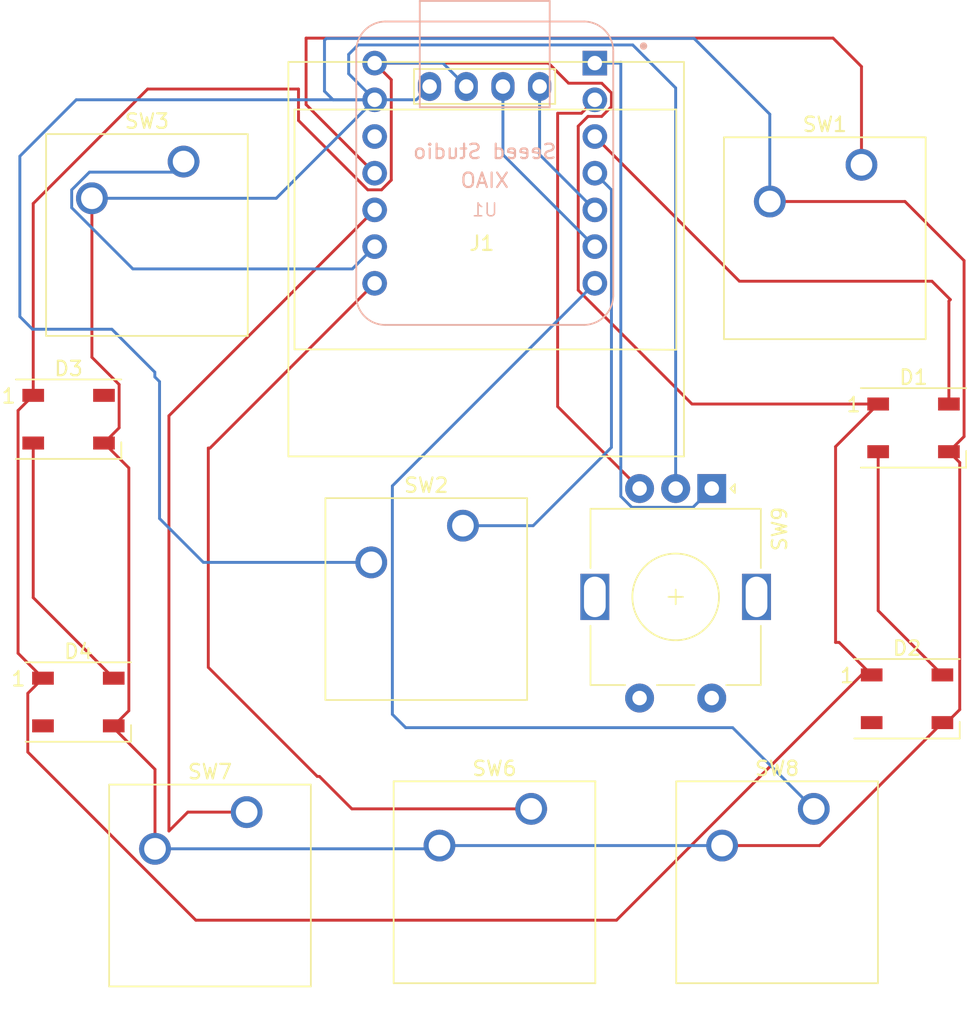
<source format=kicad_pcb>
(kicad_pcb (version 20240108) (generator "pcbnew") (generator_version "8.0")
  (layers (0 "F.Cu" signal) (31 "B.Cu" signal) (34 "B.Paste" user) (35 "F.Paste" user) (36 "B.SilkS" user "B.Silkscreen") (37 "F.SilkS" user "F.Silkscreen") (38 "B.Mask" user) (39 "F.Mask" user) (44 "Edge.Cuts" user))
  (net 0 "")
  (net 1 "Net-(D1-VDD)")
  (net 2 "Net-(D1-DOUT)")
  (net 3 "Net-(D1-DIN)")
  (net 4 "GND")
  (net 5 "Net-(D2-DOUT)")
  (net 6 "Net-(D3-DOUT)")
  (net 8 "Net-(J1-SDA)")
  (net 9 "Net-(J1-SCL)")
  (net 10 "Net-(U1-PA6_A10_D10_MOSI)")
  (net 11 "Net-(U1-PA11_A3_D3)")
  (net 12 "Net-(U1-PA7_A8_D8_SCK)")
  (net 13 "Net-(U1-PB09_A7_D7_RX)")
  (net 14 "Net-(U1-PA5_A9_D9_MISO)")
  (net 15 "Net-(U1-PB08_A6_D6_TX)")
  (net 16 "Net-(U1-PA02_A0_D0)")
  (net 17 "Net-(U1-PA4_A1_D1)")
  (footprint "Button_Switch_Keyboard:SW_Cherry_MX_1.00u_PCB" (layer "F.Cu") (at 71.19 23.345)
    (property "Reference" "SW1" (at -2.54 -2.794 0) (layer "F.SilkS"))
    (property "Value" "SW_Push")
    (fp_line (start -9.525 -1.905) (end 4.445 -1.905) (stroke (width 0.12)) (layer "F.SilkS"))
    (fp_line (start -9.525 12.065) (end -9.525 -1.905) (stroke (width 0.12)) (layer "F.SilkS"))
    (fp_line (start 4.445 -1.905) (end 4.445 12.065) (stroke (width 0.12)) (layer "F.SilkS"))
    (fp_line (start 4.445 12.065) (end -9.525 12.065) (stroke (width 0.12)) (layer "F.SilkS"))
    (pad "" np_thru_hole circle (at -7.62 5.08) (size 1.7 1.7) (drill 1.7) (layers "*.Cu" "*.Mask"))
    (pad "" np_thru_hole circle (at -2.54 5.08) (size 4 4) (drill 4) (layers "*.Cu" "*.Mask"))
    (pad "" np_thru_hole circle (at 2.54 5.08) (size 1.7 1.7) (drill 1.7) (layers "*.Cu" "*.Mask"))
    (pad "1" thru_hole circle (at 0 0) (size 2.2 2.2) (drill 1.5) (layers "*.Cu" "*.Mask") (net 10 "Net-(U1-PA6_A10_D10_MOSI)"))
    (pad "2" thru_hole circle (at -6.35 2.54) (size 2.2 2.2) (drill 1.5) (layers "*.Cu" "*.Mask") (net 4 "GND"))
  )
  (footprint "Button_Switch_Keyboard:SW_Cherry_MX_1.00u_PCB" (layer "F.Cu") (at 28.605 68.145)
    (property "Reference" "SW7" (at -2.54 -2.794 0) (layer "F.SilkS"))
    (property "Value" "SW_Push")
    (fp_line (start -9.525 -1.905) (end 4.445 -1.905) (stroke (width 0.12)) (layer "F.SilkS"))
    (fp_line (start -9.525 12.065) (end -9.525 -1.905) (stroke (width 0.12)) (layer "F.SilkS"))
    (fp_line (start 4.445 -1.905) (end 4.445 12.065) (stroke (width 0.12)) (layer "F.SilkS"))
    (fp_line (start 4.445 12.065) (end -9.525 12.065) (stroke (width 0.12)) (layer "F.SilkS"))
    (pad "" np_thru_hole circle (at -7.62 5.08) (size 1.7 1.7) (drill 1.7) (layers "*.Cu" "*.Mask"))
    (pad "" np_thru_hole circle (at -2.54 5.08) (size 4 4) (drill 4) (layers "*.Cu" "*.Mask"))
    (pad "" np_thru_hole circle (at 2.54 5.08) (size 1.7 1.7) (drill 1.7) (layers "*.Cu" "*.Mask"))
    (pad "1" thru_hole circle (at 0 0) (size 2.2 2.2) (drill 1.5) (layers "*.Cu" "*.Mask") (net 14 "Net-(U1-PA5_A9_D9_MISO)"))
    (pad "2" thru_hole circle (at -6.35 2.54) (size 2.2 2.2) (drill 1.5) (layers "*.Cu" "*.Mask") (net 4 "GND"))
  )
  (footprint "LED_SMD:LED_WS2812B_PLCC4_5.0x5.0mm_P3.2mm" (layer "F.Cu") (at 16.945 60.525)
    (property "Reference" "D4" (at 0 -3.5 0) (layer "F.SilkS"))
    (property "Value" "WS2812B")
    (fp_line (start -3.65 -2.75) (end 3.65 -2.75) (stroke (width 0.12)) (layer "F.SilkS"))
    (fp_line (start -3.65 2.75) (end 3.65 2.75) (stroke (width 0.12)) (layer "F.SilkS"))
    (fp_line (start 3.65 2.75) (end 3.65 1.6) (stroke (width 0.12)) (layer "F.SilkS"))
    (fp_text user "1" (at -4.15 -1.6 0) (layer "F.SilkS"))
    (pad "1" smd rect (at -2.45 -1.65) (size 1.5 0.9) (layers "F.Cu" "F.Paste" "F.Mask") (net 1 "Net-(D1-VDD)"))
    (pad "2" smd rect (at -2.45 1.65) (size 1.5 0.9) (layers "F.Cu" "F.Paste" "F.Mask"))
    (pad "3" smd rect (at 2.45 1.65) (size 1.5 0.9) (layers "F.Cu" "F.Paste" "F.Mask") (net 4 "GND"))
    (pad "4" smd rect (at 2.45 -1.65) (size 1.5 0.9) (layers "F.Cu" "F.Paste" "F.Mask") (net 6 "Net-(D3-DOUT)"))
  )
  (footprint "LED_SMD:LED_WS2812B_PLCC4_5.0x5.0mm_P3.2mm" (layer "F.Cu") (at 74.345 60.3)
    (property "Reference" "D2" (at 0 -3.5 0) (layer "F.SilkS"))
    (property "Value" "WS2812B")
    (fp_line (start -3.65 -2.75) (end 3.65 -2.75) (stroke (width 0.12)) (layer "F.SilkS"))
    (fp_line (start -3.65 2.75) (end 3.65 2.75) (stroke (width 0.12)) (layer "F.SilkS"))
    (fp_line (start 3.65 2.75) (end 3.65 1.6) (stroke (width 0.12)) (layer "F.SilkS"))
    (fp_text user "1" (at -4.15 -1.6 0) (layer "F.SilkS"))
    (pad "1" smd rect (at -2.45 -1.65) (size 1.5 0.9) (layers "F.Cu" "F.Paste" "F.Mask") (net 1 "Net-(D1-VDD)"))
    (pad "2" smd rect (at -2.45 1.65) (size 1.5 0.9) (layers "F.Cu" "F.Paste" "F.Mask") (net 5 "Net-(D2-DOUT)"))
    (pad "3" smd rect (at 2.45 1.65) (size 1.5 0.9) (layers "F.Cu" "F.Paste" "F.Mask") (net 4 "GND"))
    (pad "4" smd rect (at 2.45 -1.65) (size 1.5 0.9) (layers "F.Cu" "F.Paste" "F.Mask") (net 2 "Net-(D1-DOUT)"))
  )
  (footprint "Button_Switch_Keyboard:SW_Cherry_MX_1.00u_PCB" (layer "F.Cu") (at 24.235 23.12)
    (property "Reference" "SW3" (at -2.54 -2.794 0) (layer "F.SilkS"))
    (property "Value" "SW_Push")
    (fp_line (start -9.525 -1.905) (end 4.445 -1.905) (stroke (width 0.12)) (layer "F.SilkS"))
    (fp_line (start -9.525 12.065) (end -9.525 -1.905) (stroke (width 0.12)) (layer "F.SilkS"))
    (fp_line (start 4.445 -1.905) (end 4.445 12.065) (stroke (width 0.12)) (layer "F.SilkS"))
    (fp_line (start 4.445 12.065) (end -9.525 12.065) (stroke (width 0.12)) (layer "F.SilkS"))
    (pad "" np_thru_hole circle (at -7.62 5.08) (size 1.7 1.7) (drill 1.7) (layers "*.Cu" "*.Mask"))
    (pad "" np_thru_hole circle (at -2.54 5.08) (size 4 4) (drill 4) (layers "*.Cu" "*.Mask"))
    (pad "" np_thru_hole circle (at 2.54 5.08) (size 1.7 1.7) (drill 1.7) (layers "*.Cu" "*.Mask"))
    (pad "1" thru_hole circle (at 0 0) (size 2.2 2.2) (drill 1.5) (layers "*.Cu" "*.Mask") (net 12 "Net-(U1-PA7_A8_D8_SCK)"))
    (pad "2" thru_hole circle (at -6.35 2.54) (size 2.2 2.2) (drill 1.5) (layers "*.Cu" "*.Mask") (net 4 "GND"))
  )
  (footprint "Rotary_Encoder:RotaryEncoder_Alps_EC11E-Switch_Vertical_H20mm" (layer "F.Cu") (at 60.82 45.75 -90)
    (property "Reference" "SW9" (at 2.8 -4.7 90) (layer "F.SilkS"))
    (property "Value" "RotaryEncoder")
    (fp_line (start 5.5 8.4) (end 1.4 8.4) (stroke (width 0.12)) (layer "F.SilkS"))
    (fp_line (start 13.6 8.4) (end 9.5 8.4) (stroke (width 0.12)) (layer "F.SilkS"))
    (fp_line (start 13.6 6) (end 13.6 8.4) (stroke (width 0.12)) (layer "F.SilkS"))
    (fp_line (start 7 2.5) (end 8 2.5) (stroke (width 0.12)) (layer "F.SilkS"))
    (fp_line (start 7.5 2) (end 7.5 3) (stroke (width 0.12)) (layer "F.SilkS"))
    (fp_line (start 13.6 1.2) (end 13.6 3.8) (stroke (width 0.12)) (layer "F.SilkS"))
    (fp_line (start 0 -1.3) (end -0.3 -1.6) (stroke (width 0.12)) (layer "F.SilkS"))
    (fp_line (start -0.3 -1.6) (end 0.3 -1.6) (stroke (width 0.12)) (layer "F.SilkS"))
    (fp_line (start 0.3 -1.6) (end 0 -1.3) (stroke (width 0.12)) (layer "F.SilkS"))
    (fp_line (start 1.4 -3.4) (end 1.4 8.4) (stroke (width 0.12)) (layer "F.SilkS"))
    (fp_line (start 5.5 -3.4) (end 1.4 -3.4) (stroke (width 0.12)) (layer "F.SilkS"))
    (fp_line (start 9.5 -3.4) (end 13.6 -3.4) (stroke (width 0.12)) (layer "F.SilkS"))
    (fp_line (start 13.6 -3.4) (end 13.6 -1) (stroke (width 0.12)) (layer "F.SilkS"))
    (fp_circle (center 7.5 2.5) (end 10.5 2.5) (stroke (width 0.12)) (fill none) (layer "F.SilkS"))
    (pad "A" thru_hole rect (at 0 0 270) (size 2 2) (drill 1) (layers "*.Cu" "*.Mask") (net 16 "Net-(U1-PA02_A0_D0)"))
    (pad "B" thru_hole circle (at 0 5 270) (size 2 2) (drill 1) (layers "*.Cu" "*.Mask") (net 17 "Net-(U1-PA4_A1_D1)"))
    (pad "C" thru_hole circle (at 0 2.5 270) (size 2 2) (drill 1) (layers "*.Cu" "*.Mask") (net 4 "GND"))
    (pad "MP" thru_hole rect (at 7.5 -3.1 270) (size 3.2 2) (drill oval 2.8 1.5) (layers "*.Cu" "*.Mask"))
    (pad "MP" thru_hole rect (at 7.5 8.1 270) (size 3.2 2) (drill oval 2.8 1.5) (layers "*.Cu" "*.Mask"))
    (pad "S1" thru_hole circle (at 14.5 5 270) (size 2 2) (drill 1) (layers "*.Cu" "*.Mask"))
    (pad "S2" thru_hole circle (at 14.5 0 270) (size 2 2) (drill 1) (layers "*.Cu" "*.Mask"))
  )
  (footprint "LED_SMD:LED_WS2812B_PLCC4_5.0x5.0mm_P3.2mm" (layer "F.Cu") (at 16.27 40.95)
    (property "Reference" "D3" (at 0 -3.5 0) (layer "F.SilkS"))
    (property "Value" "WS2812B")
    (fp_line (start -3.65 -2.75) (end 3.65 -2.75) (stroke (width 0.12)) (layer "F.SilkS"))
    (fp_line (start -3.65 2.75) (end 3.65 2.75) (stroke (width 0.12)) (layer "F.SilkS"))
    (fp_line (start 3.65 2.75) (end 3.65 1.6) (stroke (width 0.12)) (layer "F.SilkS"))
    (fp_text user "1" (at -4.15 -1.6 0) (layer "F.SilkS"))
    (pad "1" smd rect (at -2.45 -1.65) (size 1.5 0.9) (layers "F.Cu" "F.Paste" "F.Mask") (net 1 "Net-(D1-VDD)"))
    (pad "2" smd rect (at -2.45 1.65) (size 1.5 0.9) (layers "F.Cu" "F.Paste" "F.Mask") (net 6 "Net-(D3-DOUT)"))
    (pad "3" smd rect (at 2.45 1.65) (size 1.5 0.9) (layers "F.Cu" "F.Paste" "F.Mask") (net 4 "GND"))
    (pad "4" smd rect (at 2.45 -1.65) (size 1.5 0.9) (layers "F.Cu" "F.Paste" "F.Mask") (net 5 "Net-(D2-DOUT)"))
  )
  (footprint "Button_Switch_Keyboard:SW_Cherry_MX_1.00u_PCB" (layer "F.Cu") (at 67.885 67.92)
    (property "Reference" "SW8" (at -2.54 -2.794 0) (layer "F.SilkS"))
    (property "Value" "SW_Push")
    (fp_line (start -9.525 -1.905) (end 4.445 -1.905) (stroke (width 0.12)) (layer "F.SilkS"))
    (fp_line (start -9.525 12.065) (end -9.525 -1.905) (stroke (width 0.12)) (layer "F.SilkS"))
    (fp_line (start 4.445 -1.905) (end 4.445 12.065) (stroke (width 0.12)) (layer "F.SilkS"))
    (fp_line (start 4.445 12.065) (end -9.525 12.065) (stroke (width 0.12)) (layer "F.SilkS"))
    (pad "" np_thru_hole circle (at -7.62 5.08) (size 1.7 1.7) (drill 1.7) (layers "*.Cu" "*.Mask"))
    (pad "" np_thru_hole circle (at -2.54 5.08) (size 4 4) (drill 4) (layers "*.Cu" "*.Mask"))
    (pad "" np_thru_hole circle (at 2.54 5.08) (size 1.7 1.7) (drill 1.7) (layers "*.Cu" "*.Mask"))
    (pad "1" thru_hole circle (at 0 0) (size 2.2 2.2) (drill 1.5) (layers "*.Cu" "*.Mask") (net 15 "Net-(U1-PB08_A6_D6_TX)"))
    (pad "2" thru_hole circle (at -6.35 2.54) (size 2.2 2.2) (drill 1.5) (layers "*.Cu" "*.Mask") (net 4 "GND"))
  )
  (footprint "SSD1306:128x64OLED" (layer "F.Cu") (at 44.895 28.525)
    (property "Reference" "J1" (at 0 0.254 0) (layer "F.SilkS"))
    (property "Value" "OLED-128x64")
    (fp_line (start -13.4 -12.3) (end 14 -12.3) (stroke (width 0.12)) (layer "F.SilkS"))
    (fp_line (start -13.4 15) (end -13.4 -12.3) (stroke (width 0.12)) (layer "F.SilkS"))
    (fp_line (start -12.978 -9.005) (end 10.122 -9.005) (stroke (width 0.12)) (layer "F.SilkS"))
    (fp_line (start -12.978 7.595) (end -12.978 -9.005) (stroke (width 0.12)) (layer "F.SilkS"))
    (fp_line (start -4.699 -11.811) (end -4.699 -9.398) (stroke (width 0.12)) (layer "F.SilkS"))
    (fp_line (start -4.699 -11.811) (end 5.08 -11.811) (stroke (width 0.12)) (layer "F.SilkS"))
    (fp_line (start 5.08 -11.811) (end 5.08 -9.398) (stroke (width 0.12)) (layer "F.SilkS"))
    (fp_line (start 5.08 -9.398) (end -4.699 -9.398) (stroke (width 0.12)) (layer "F.SilkS"))
    (fp_line (start 10.122 -9.005) (end 13.208 -9.005) (stroke (width 0.12)) (layer "F.SilkS"))
    (fp_line (start 10.122 7.595) (end -12.978 7.595) (stroke (width 0.12)) (layer "F.SilkS"))
    (fp_line (start 10.122 7.595) (end 13.462 7.62) (stroke (width 0.12)) (layer "F.SilkS"))
    (fp_line (start 13.462 -9.017) (end 13.208 -9.005) (stroke (width 0.12)) (layer "F.SilkS"))
    (fp_line (start 13.462 7.62) (end 13.462 -9.017) (stroke (width 0.12)) (layer "F.SilkS"))
    (fp_line (start 14 -12.3) (end 14 15) (stroke (width 0.12)) (layer "F.SilkS"))
    (fp_line (start 14 15) (end -13.4 15) (stroke (width 0.12)) (layer "F.SilkS"))
    (pad "1" thru_hole oval (at -3.62 -10.6 90) (size 2 1.6) (drill 1) (layers "*.Cu" "*.Mask") (net 4 "GND"))
    (pad "2" thru_hole oval (at -1.08 -10.6 90) (size 2 1.6) (drill 1) (layers "*.Cu" "*.Mask") (net 1 "Net-(D1-VDD)"))
    (pad "3" thru_hole oval (at 1.46 -10.6 90) (size 2 1.6) (drill 1) (layers "*.Cu" "*.Mask") (net 9 "Net-(J1-SCL)"))
    (pad "4" thru_hole oval (at 4 -10.6 90) (size 2 1.6) (drill 1) (layers "*.Cu" "*.Mask") (net 8 "Net-(J1-SDA)"))
  )
  (footprint "LED_SMD:LED_WS2812B_PLCC4_5.0x5.0mm_P3.2mm" (layer "F.Cu") (at 74.795 41.55)
    (property "Reference" "D1" (at 0 -3.5 0) (layer "F.SilkS"))
    (property "Value" "WS2812B")
    (fp_line (start -3.65 -2.75) (end 3.65 -2.75) (stroke (width 0.12)) (layer "F.SilkS"))
    (fp_line (start -3.65 2.75) (end 3.65 2.75) (stroke (width 0.12)) (layer "F.SilkS"))
    (fp_line (start 3.65 2.75) (end 3.65 1.6) (stroke (width 0.12)) (layer "F.SilkS"))
    (fp_text user "1" (at -4.15 -1.6 0) (layer "F.SilkS"))
    (pad "1" smd rect (at -2.45 -1.65) (size 1.5 0.9) (layers "F.Cu" "F.Paste" "F.Mask") (net 1 "Net-(D1-VDD)"))
    (pad "2" smd rect (at -2.45 1.65) (size 1.5 0.9) (layers "F.Cu" "F.Paste" "F.Mask") (net 2 "Net-(D1-DOUT)"))
    (pad "3" smd rect (at 2.45 1.65) (size 1.5 0.9) (layers "F.Cu" "F.Paste" "F.Mask") (net 4 "GND"))
    (pad "4" smd rect (at 2.45 -1.65) (size 1.5 0.9) (layers "F.Cu" "F.Paste" "F.Mask") (net 3 "Net-(D1-DIN)"))
  )
  (footprint "Button_Switch_Keyboard:SW_Cherry_MX_1.00u_PCB" (layer "F.Cu") (at 43.585 48.32)
    (property "Reference" "SW2" (at -2.54 -2.794 0) (layer "F.SilkS"))
    (property "Value" "SW_Push")
    (fp_line (start -9.525 -1.905) (end 4.445 -1.905) (stroke (width 0.12)) (layer "F.SilkS"))
    (fp_line (start -9.525 12.065) (end -9.525 -1.905) (stroke (width 0.12)) (layer "F.SilkS"))
    (fp_line (start 4.445 -1.905) (end 4.445 12.065) (stroke (width 0.12)) (layer "F.SilkS"))
    (fp_line (start 4.445 12.065) (end -9.525 12.065) (stroke (width 0.12)) (layer "F.SilkS"))
    (pad "" np_thru_hole circle (at -7.62 5.08) (size 1.7 1.7) (drill 1.7) (layers "*.Cu" "*.Mask"))
    (pad "" np_thru_hole circle (at -2.54 5.08) (size 4 4) (drill 4) (layers "*.Cu" "*.Mask"))
    (pad "" np_thru_hole circle (at 2.54 5.08) (size 1.7 1.7) (drill 1.7) (layers "*.Cu" "*.Mask"))
    (pad "1" thru_hole circle (at 0 0) (size 2.2 2.2) (drill 1.5) (layers "*.Cu" "*.Mask") (net 11 "Net-(U1-PA11_A3_D3)"))
    (pad "2" thru_hole circle (at -6.35 2.54) (size 2.2 2.2) (drill 1.5) (layers "*.Cu" "*.Mask") (net 4 "GND"))
  )
  (footprint "Button_Switch_Keyboard:SW_Cherry_MX_1.00u_PCB" (layer "F.Cu") (at 48.31 67.92)
    (property "Reference" "SW6" (at -2.54 -2.794 0) (layer "F.SilkS"))
    (property "Value" "SW_Push")
    (fp_line (start -9.525 -1.905) (end 4.445 -1.905) (stroke (width 0.12)) (layer "F.SilkS"))
    (fp_line (start -9.525 12.065) (end -9.525 -1.905) (stroke (width 0.12)) (layer "F.SilkS"))
    (fp_line (start 4.445 -1.905) (end 4.445 12.065) (stroke (width 0.12)) (layer "F.SilkS"))
    (fp_line (start 4.445 12.065) (end -9.525 12.065) (stroke (width 0.12)) (layer "F.SilkS"))
    (pad "" np_thru_hole circle (at -7.62 5.08) (size 1.7 1.7) (drill 1.7) (layers "*.Cu" "*.Mask"))
    (pad "" np_thru_hole circle (at -2.54 5.08) (size 4 4) (drill 4) (layers "*.Cu" "*.Mask"))
    (pad "" np_thru_hole circle (at 2.54 5.08) (size 1.7 1.7) (drill 1.7) (layers "*.Cu" "*.Mask"))
    (pad "1" thru_hole circle (at 0 0) (size 2.2 2.2) (drill 1.5) (layers "*.Cu" "*.Mask") (net 13 "Net-(U1-PB09_A7_D7_RX)"))
    (pad "2" thru_hole circle (at -6.35 2.54) (size 2.2 2.2) (drill 1.5) (layers "*.Cu" "*.Mask") (net 4 "GND"))
  )
  (footprint "Seeed Studio XIAO Series Library:XIAO-Generic-Thruhole-14P-2.54-21X17.8MM" (layer "B.Cu") (at 45.095 23.925 180)
    (property "Reference" "U1" (at 0 -2.54 0) (layer "B.SilkS") (effects (font (size 0.889 0.889) (thickness 0.1016)) (justify mirror)))
    (property "Value" "Seeed Studio XIAO SAMD21" (hide yes))
    (fp_line (start 8.9 8.5) (end 8.9 -8.5) (stroke (width 0.127)) (layer "B.SilkS"))
    (fp_line (start 6.9 -10.5) (end -6.9 -10.5) (stroke (width 0.127)) (layer "B.SilkS"))
    (fp_line (start 4.5 11.92403) (end -4.5 11.92403) (stroke (width 0.127)) (layer "B.SilkS"))
    (fp_line (start 4.5 4.57073) (end 4.5 11.92403) (stroke (width 0.127)) (layer "B.SilkS"))
    (fp_line (start -4.5 11.92403) (end -4.5 4.57073) (stroke (width 0.127)) (layer "B.SilkS"))
    (fp_line (start -4.5 4.57073) (end 4.5 4.57073) (stroke (width 0.127)) (layer "B.SilkS"))
    (fp_line (start -6.9 10.49909) (end 6.9 10.49909) (stroke (width 0.127)) (layer "B.SilkS"))
    (fp_line (start -8.9 -8.5) (end -8.9 8.5) (stroke (width 0.127)) (layer "B.SilkS"))
    (fp_arc (start 8.9 8.5) (mid 8.301492 9.901492) (end 6.9 10.5) (stroke (width 0.12)) (layer "B.SilkS"))
    (fp_arc (start 6.9 -10.5) (mid 8.314214 -9.914214) (end 8.9 -8.5) (stroke (width 0.12)) (layer "B.SilkS"))
    (fp_arc (start -6.9 10.5) (mid -8.301491 9.901491) (end -8.9 8.5) (stroke (width 0.12)) (layer "B.SilkS"))
    (fp_arc (start -8.9 -8.5) (mid -8.301423 -9.901423) (end -6.9 -10.5) (stroke (width 0.12)) (layer "B.SilkS"))
    (fp_circle (center -11 8.8) (end -11 9.054) (fill solid) (layer "B.SilkS"))
    (fp_poly (pts (xy -8.887715 8.561705) (xy -8.884667 8.610473) (xy -8.880603 8.659494)) (stroke (width 0.0254)) (fill none) (layer "B.SilkS"))
    (fp_poly (pts (xy 8.889492 -8.521574) (xy 8.887713 -8.57085) (xy 8.884665 -8.619618) (xy 8.880601 -8.668639) (xy 8.875268 -8.717407) (xy 8.868664 -8.766175) (xy 8.861044 -8.81469) (xy 8.852153 -8.86295) (xy 8.842248 -8.910955)) (stroke (width 0.0254)) (fill none) (layer "B.SilkS"))
    (fp_text user "XIAO" (at 0 -0.5 0) (layer "B.SilkS") (effects (justify mirror)))
    (fp_text user "Seeed Studio" (at 0 1.5 0) (layer "B.SilkS") (effects (justify mirror)))
    (pad "1" thru_hole rect (at -7.625 7.62 180) (size 1.7 1.7) (drill 1) (layers "*.Cu" "*.Mask") (net 16 "Net-(U1-PA02_A0_D0)"))
    (pad "2" thru_hole circle (at -7.625 5.08 180) (size 1.7 1.7) (drill 1) (layers "*.Cu" "*.Mask") (net 17 "Net-(U1-PA4_A1_D1)"))
    (pad "3" thru_hole circle (at -7.625 2.54 180) (size 1.7 1.7) (drill 1) (layers "*.Cu" "*.Mask") (net 3 "Net-(D1-DIN)"))
    (pad "4" thru_hole circle (at -7.625 0 180) (size 1.7 1.7) (drill 1) (layers "*.Cu" "*.Mask") (net 11 "Net-(U1-PA11_A3_D3)"))
    (pad "5" thru_hole circle (at -7.625 -2.54 180) (size 1.7 1.7) (drill 1) (layers "*.Cu" "*.Mask") (net 8 "Net-(J1-SDA)"))
    (pad "6" thru_hole circle (at -7.625 -5.08) (size 1.7 1.7) (drill 1) (layers "*.Cu" "*.Mask") (net 9 "Net-(J1-SCL)"))
    (pad "7" thru_hole circle (at -7.625 -7.62 180) (size 1.7 1.7) (drill 1) (layers "*.Cu" "*.Mask") (net 15 "Net-(U1-PB08_A6_D6_TX)"))
    (pad "8" thru_hole circle (at 7.625 -7.62 180) (size 1.7 1.7) (drill 1) (layers "*.Cu" "*.Mask") (net 13 "Net-(U1-PB09_A7_D7_RX)"))
    (pad "9" thru_hole circle (at 7.625 -5.08 180) (size 1.7 1.7) (drill 1) (layers "*.Cu" "*.Mask") (net 12 "Net-(U1-PA7_A8_D8_SCK)"))
    (pad "10" thru_hole circle (at 7.625 -2.54 180) (size 1.7 1.7) (drill 1) (layers "*.Cu" "*.Mask") (net 14 "Net-(U1-PA5_A9_D9_MISO)"))
    (pad "11" thru_hole circle (at 7.625 0 180) (size 1.7 1.7) (drill 1) (layers "*.Cu" "*.Mask") (net 10 "Net-(U1-PA6_A10_D10_MOSI)"))
    (pad "12" thru_hole circle (at 7.625 2.54 180) (size 1.7 1.7) (drill 1) (layers "*.Cu" "*.Mask"))
    (pad "13" thru_hole circle (at 7.625 5.08 180) (size 1.7 1.7) (drill 1) (layers "*.Cu" "*.Mask") (net 4 "GND"))
    (pad "14" thru_hole circle (at 7.625 7.62 180) (size 1.7 1.7) (drill 1) (layers "*.Cu" "*.Mask") (net 1 "Net-(D1-VDD)"))
  )
  (segment (start 13.82 26.025) (end 21.745 18.1) (width 0.2) (layer "F.Cu") (net 1))
  (segment (start 13.445 59.925) (end 13.445 63.987944) (width 0.2) (layer "F.Cu") (net 1))
  (segment (start 52.243654 19.995) (end 53.196346 19.995) (width 0.2) (layer "F.Cu") (net 1))
  (segment (start 14.495 58.875) (end 13.445 59.925) (width 0.2) (layer "F.Cu") (net 1))
  (segment (start 51.57 20.668654) (end 52.243654 19.995) (width 0.2) (layer "F.Cu") (net 1))
  (segment (start 69.645 56.4) (end 71.895 58.65) (width 0.2) (layer "F.Cu") (net 1))
  (segment (start 53.196346 19.995) (end 53.87 19.321346) (width 0.2) (layer "F.Cu") (net 1))
  (segment (start 53.87 19.321346) (end 53.87 18.368654) (width 0.2) (layer "F.Cu") (net 1))
  (segment (start 69.395 56.4) (end 69.645 56.4) (width 0.2) (layer "F.Cu") (net 1))
  (segment (start 21.745 18.1) (end 32.195 18.1) (width 0.2) (layer "F.Cu") (net 1))
  (segment (start 38.62 24.401346) (end 38.62 17.455) (width 0.2) (layer "F.Cu") (net 1))
  (segment (start 12.77 57.15) (end 14.495 58.875) (width 0.2) (layer "F.Cu") (net 1))
  (segment (start 72.345 39.9) (end 69.395 42.85) (width 0.2) (layer "F.Cu") (net 1))
  (segment (start 51.57 32.021346) (end 51.57 20.668654) (width 0.2) (layer "F.Cu") (net 1))
  (segment (start 32.195 18.1) (end 32.195 20.276346) (width 0.2) (layer "F.Cu") (net 1))
  (segment (start 13.82 39.3) (end 12.77 40.35) (width 0.2) (layer "F.Cu") (net 1))
  (segment (start 69.395 42.85) (end 69.395 56.4) (width 0.2) (layer "F.Cu") (net 1))
  (segment (start 38.62 17.455) (end 37.47 16.305) (width 0.2) (layer "F.Cu") (net 1))
  (segment (start 50.9 17.695) (end 49.51 16.305) (width 0.2) (layer "F.Cu") (net 1))
  (segment (start 12.77 40.35) (end 12.77 57.15) (width 0.2) (layer "F.Cu") (net 1))
  (segment (start 13.82 39.3) (end 13.82 26.025) (width 0.2) (layer "F.Cu") (net 1))
  (segment (start 36.993654 25.075) (end 37.946346 25.075) (width 0.2) (layer "F.Cu") (net 1))
  (segment (start 71.195 58.65) (end 71.895 58.65) (width 0.2) (layer "F.Cu") (net 1))
  (segment (start 54.22 75.625) (end 71.195 58.65) (width 0.2) (layer "F.Cu") (net 1))
  (segment (start 59.448654 39.9) (end 51.57 32.021346) (width 0.2) (layer "F.Cu") (net 1))
  (segment (start 37.946346 25.075) (end 38.62 24.401346) (width 0.2) (layer "F.Cu") (net 1))
  (segment (start 53.196346 17.695) (end 50.9 17.695) (width 0.2) (layer "F.Cu") (net 1))
  (segment (start 53.87 18.368654) (end 53.196346 17.695) (width 0.2) (layer "F.Cu") (net 1))
  (segment (start 49.51 16.305) (end 37.47 16.305) (width 0.2) (layer "F.Cu") (net 1))
  (segment (start 72.345 39.9) (end 59.448654 39.9) (width 0.2) (layer "F.Cu") (net 1))
  (segment (start 25.082056 75.625) (end 54.22 75.625) (width 0.2) (layer "F.Cu") (net 1))
  (segment (start 13.445 63.987944) (end 25.082056 75.625) (width 0.2) (layer "F.Cu") (net 1))
  (segment (start 32.195 20.276346) (end 36.993654 25.075) (width 0.2) (layer "F.Cu") (net 1))
  (segment (start 43.815 17.925) (end 42.195 16.305) (width 0.2) (layer "B.Cu") (net 1))
  (segment (start 42.195 16.305) (end 37.47 16.305) (width 0.2) (layer "B.Cu") (net 1))
  (segment (start 72.345 43.2) (end 72.345 54.2) (width 0.2) (layer "F.Cu") (net 2))
  (segment (start 72.345 54.2) (end 76.795 58.65) (width 0.2) (layer "F.Cu") (net 2))
  (segment (start 62.735 31.4) (end 76.07 31.4) (width 0.2) (layer "F.Cu") (net 3))
  (segment (start 52.72 21.385) (end 62.735 31.4) (width 0.2) (layer "F.Cu") (net 3))
  (segment (start 77.345 32.675) (end 77.245 32.775) (width 0.2) (layer "F.Cu") (net 3))
  (segment (start 76.07 31.4) (end 77.345 32.675) (width 0.2) (layer "F.Cu") (net 3))
  (segment (start 77.245 32.775) (end 77.245 39.9) (width 0.2) (layer "F.Cu") (net 3))
  (segment (start 22.255 65.185) (end 22.255 70.685) (width 0.2) (layer "F.Cu") (net 4))
  (segment (start 61.535 70.46) (end 68.285 70.46) (width 0.2) (layer "F.Cu") (net 4))
  (segment (start 77.995 43.95) (end 77.245 43.2) (width 0.2) (layer "F.Cu") (net 4))
  (segment (start 68.285 70.46) (end 76.795 61.95) (width 0.2) (layer "F.Cu") (net 4))
  (segment (start 77.095 61.95) (end 77.995 61.05) (width 0.2) (layer "F.Cu") (net 4))
  (segment (start 77.995 61.05) (end 77.995 43.95) (width 0.2) (layer "F.Cu") (net 4))
  (segment (start 77.245 43.2) (end 78.295 42.15) (width 0.2) (layer "F.Cu") (net 4))
  (segment (start 78.295 42.15) (end 78.295 29.975) (width 0.2) (layer "F.Cu") (net 4))
  (segment (start 76.795 61.95) (end 77.095 61.95) (width 0.2) (layer "F.Cu") (net 4))
  (segment (start 18.72 42.6) (end 20.445 44.325) (width 0.2) (layer "F.Cu") (net 4))
  (segment (start 17.885 36.665) (end 19.77 38.55) (width 0.2) (layer "F.Cu") (net 4))
  (segment (start 19.395 62.325) (end 22.255 65.185) (width 0.2) (layer "F.Cu") (net 4))
  (segment (start 78.295 29.975) (end 74.205 25.885) (width 0.2) (layer "F.Cu") (net 4))
  (segment (start 19.395 62.175) (end 19.395 62.325) (width 0.2) (layer "F.Cu") (net 4))
  (segment (start 19.77 38.55) (end 19.77 41.55) (width 0.2) (layer "F.Cu") (net 4))
  (segment (start 20.445 44.325) (end 20.445 61.125) (width 0.2) (layer "F.Cu") (net 4))
  (segment (start 19.77 41.55) (end 18.72 42.6) (width 0.2) (layer "F.Cu") (net 4))
  (segment (start 20.445 61.125) (end 19.395 62.175) (width 0.2) (layer "F.Cu") (net 4))
  (segment (start 17.885 25.66) (end 17.885 36.665) (width 0.2) (layer "F.Cu") (net 4))
  (segment (start 74.205 25.885) (end 64.84 25.885) (width 0.2) (layer "F.Cu") (net 4))
  (segment (start 55.345 15.05) (end 58.32 18.025) (width 0.2) (layer "B.Cu") (net 4))
  (segment (start 35.67 17.045) (end 35.67 15.7) (width 0.2) (layer "B.Cu") (net 4))
  (segment (start 13.77 34.725) (end 19.27 34.725) (width 0.2) (layer "B.Cu") (net 4))
  (segment (start 33.995 14.725) (end 33.995 18.25) (width 0.2) (layer "B.Cu") (net 4))
  (segment (start 59.595 14.6) (end 34.12 14.6) (width 0.2) (layer "B.Cu") (net 4))
  (segment (start 30.655 25.66) (end 17.885 25.66) (width 0.2) (layer "B.Cu") (net 4))
  (segment (start 22.245 37.7) (end 22.245 38.025) (width 0.2) (layer "B.Cu") (net 4))
  (segment (start 16.8 18.845) (end 12.895 22.75) (width 0.2) (layer "B.Cu") (net 4))
  (segment (start 25.605 50.86) (end 37.235 50.86) (width 0.2) (layer "B.Cu") (net 4))
  (segment (start 40.355 18.845) (end 41.275 17.925) (width 0.2) (layer "B.Cu") (net 4))
  (segment (start 37.47 18.845) (end 40.355 18.845) (width 0.2) (layer "B.Cu") (net 4))
  (segment (start 12.895 33.85) (end 13.77 34.725) (width 0.2) (layer "B.Cu") (net 4))
  (segment (start 58.32 18.025) (end 58.32 45.75) (width 0.2) (layer "B.Cu") (net 4))
  (segment (start 34.12 14.6) (end 33.995 14.725) (width 0.2) (layer "B.Cu") (net 4))
  (segment (start 22.57 38.35) (end 22.57 47.825) (width 0.2) (layer "B.Cu") (net 4))
  (segment (start 22.255 70.685) (end 41.735 70.685) (width 0.2) (layer "B.Cu") (net 4))
  (segment (start 36.32 15.05) (end 55.345 15.05) (width 0.2) (layer "B.Cu") (net 4))
  (segment (start 64.84 25.885) (end 64.84 19.845) (width 0.2) (layer "B.Cu") (net 4))
  (segment (start 22.57 47.825) (end 25.605 50.86) (width 0.2) (layer "B.Cu") (net 4))
  (segment (start 41.96 70.46) (end 61.535 70.46) (width 0.2) (layer "B.Cu") (net 4))
  (segment (start 33.995 18.25) (end 34.59 18.845) (width 0.2) (layer "B.Cu") (net 4))
  (segment (start 41.735 70.685) (end 41.96 70.46) (width 0.2) (layer "B.Cu") (net 4))
  (segment (start 19.27 34.725) (end 22.245 37.7) (width 0.2) (layer "B.Cu") (net 4))
  (segment (start 12.895 22.75) (end 12.895 33.85) (width 0.2) (layer "B.Cu") (net 4))
  (segment (start 35.67 15.7) (end 36.32 15.05) (width 0.2) (layer "B.Cu") (net 4))
  (segment (start 34.59 18.845) (end 37.47 18.845) (width 0.2) (layer "B.Cu") (net 4))
  (segment (start 37.47 18.845) (end 30.655 25.66) (width 0.2) (layer "B.Cu") (net 4))
  (segment (start 22.245 38.025) (end 22.57 38.35) (width 0.2) (layer "B.Cu") (net 4))
  (segment (start 37.47 18.845) (end 16.8 18.845) (width 0.2) (layer "B.Cu") (net 4))
  (segment (start 37.47 18.845) (end 35.67 17.045) (width 0.2) (layer "B.Cu") (net 4))
  (segment (start 64.84 19.845) (end 59.595 14.6) (width 0.2) (layer "B.Cu") (net 4))
  (segment (start 13.82 53.3) (end 19.395 58.875) (width 0.2) (layer "F.Cu") (net 6))
  (segment (start 13.82 42.6) (end 13.82 53.3) (width 0.2) (layer "F.Cu") (net 6))
  (segment (start 52.72 26.465) (end 48.895 22.64) (width 0.2) (layer "B.Cu") (net 8))
  (segment (start 48.895 22.64) (end 48.895 17.925) (width 0.2) (layer "B.Cu") (net 8))
  (segment (start 46.355 22.64) (end 46.355 17.925) (width 0.2) (layer "B.Cu") (net 9))
  (segment (start 52.72 29.005) (end 46.355 22.64) (width 0.2) (layer "B.Cu") (net 9))
  (segment (start 32.72 19.175) (end 32.72 14.575) (width 0.2) (layer "F.Cu") (net 10))
  (segment (start 32.72 14.575) (end 69.22 14.575) (width 0.2) (layer "F.Cu") (net 10))
  (segment (start 37.47 23.925) (end 32.72 19.175) (width 0.2) (layer "F.Cu") (net 10))
  (segment (start 71.19 16.545) (end 71.19 23.345) (width 0.2) (layer "F.Cu") (net 10))
  (segment (start 69.22 14.575) (end 71.19 16.545) (width 0.2) (layer "F.Cu") (net 10))
  (segment (start 48.45 48.32) (end 43.585 48.32) (width 0.2) (layer "B.Cu") (net 11))
  (segment (start 53.87 25.075) (end 53.87 42.9) (width 0.2) (layer "B.Cu") (net 11))
  (segment (start 52.72 23.925) (end 53.87 25.075) (width 0.2) (layer "B.Cu") (net 11))
  (segment (start 53.87 42.9) (end 48.45 48.32) (width 0.2) (layer "B.Cu") (net 11))
  (segment (start 37.47 29.005) (end 35.925 30.55) (width 0.2) (layer "B.Cu") (net 12))
  (segment (start 17.715101 23.85) (end 23.505 23.85) (width 0.2) (layer "B.Cu") (net 12))
  (segment (start 23.505 23.85) (end 24.235 23.12) (width 0.2) (layer "B.Cu") (net 12))
  (segment (start 35.925 30.55) (end 20.721598 30.55) (width 0.2) (layer "B.Cu") (net 12))
  (segment (start 16.485 25.080101) (end 17.715101 23.85) (width 0.2) (layer "B.Cu") (net 12))
  (segment (start 16.485 26.313402) (end 16.485 25.080101) (width 0.2) (layer "B.Cu") (net 12))
  (segment (start 20.721598 30.55) (end 16.485 26.313402) (width 0.2) (layer "B.Cu") (net 12))
  (segment (start 25.945 58.125) (end 33.495 65.675) (width 0.2) (layer "F.Cu") (net 13))
  (segment (start 37.47 31.545) (end 26.065 42.95) (width 0.2) (layer "F.Cu") (net 13))
  (segment (start 33.645 65.675) (end 35.89 67.92) (width 0.2) (layer "F.Cu") (net 13))
  (segment (start 33.495 65.675) (end 33.645 65.675) (width 0.2) (layer "F.Cu") (net 13))
  (segment (start 25.945 42.95) (end 25.945 58.125) (width 0.2) (layer "F.Cu") (net 13))
  (segment (start 26.065 42.95) (end 25.945 42.95) (width 0.2) (layer "F.Cu") (net 13))
  (segment (start 35.89 67.92) (end 48.31 67.92) (width 0.2) (layer "F.Cu") (net 13))
  (segment (start 23.22 69.45) (end 24.525 68.145) (width 0.2) (layer "F.Cu") (net 14))
  (segment (start 37.47 26.465) (end 23.22 40.715) (width 0.2) (layer "F.Cu") (net 14))
  (segment (start 24.525 68.145) (end 28.605 68.145) (width 0.2) (layer "F.Cu") (net 14))
  (segment (start 23.22 40.715) (end 23.22 69.45) (width 0.2) (layer "F.Cu") (net 14))
  (segment (start 39.62 62.3) (end 62.265 62.3) (width 0.2) (layer "B.Cu") (net 15))
  (segment (start 62.265 62.3) (end 67.885 67.92) (width 0.2) (layer "B.Cu") (net 15))
  (segment (start 38.695 61.375) (end 39.62 62.3) (width 0.2) (layer "B.Cu") (net 15))
  (segment (start 52.72 31.545) (end 38.695 45.57) (width 0.2) (layer "B.Cu") (net 15))
  (segment (start 38.695 45.57) (end 38.695 61.375) (width 0.2) (layer "B.Cu") (net 15))
  (segment (start 54.52 16.25) (end 54.465 16.305) (width 0.2) (layer "B.Cu") (net 16))
  (segment (start 54.465 16.305) (end 52.72 16.305) (width 0.2) (layer "B.Cu") (net 16))
  (segment (start 60.82 45.75) (end 59.52 47.05) (width 0.2) (layer "B.Cu") (net 16))
  (segment (start 54.52 46.288478) (end 54.52 16.25) (width 0.2) (layer "B.Cu") (net 16))
  (segment (start 59.52 47.05) (end 55.281522 47.05) (width 0.2) (layer "B.Cu") (net 16))
  (segment (start 55.281522 47.05) (end 54.52 46.288478) (width 0.2) (layer "B.Cu") (net 16))
  (segment (start 52.72 18.845) (end 51.79 19.775) (width 0.2) (layer "F.Cu") (net 17))
  (segment (start 50.145 40.075) (end 55.82 45.75) (width 0.2) (layer "F.Cu") (net 17))
  (segment (start 50.145 19.775) (end 50.145 40.075) (width 0.2) (layer "F.Cu") (net 17))
  (segment (start 51.79 19.775) (end 50.145 19.775) (width 0.2) (layer "F.Cu") (net 17))
)
</source>
